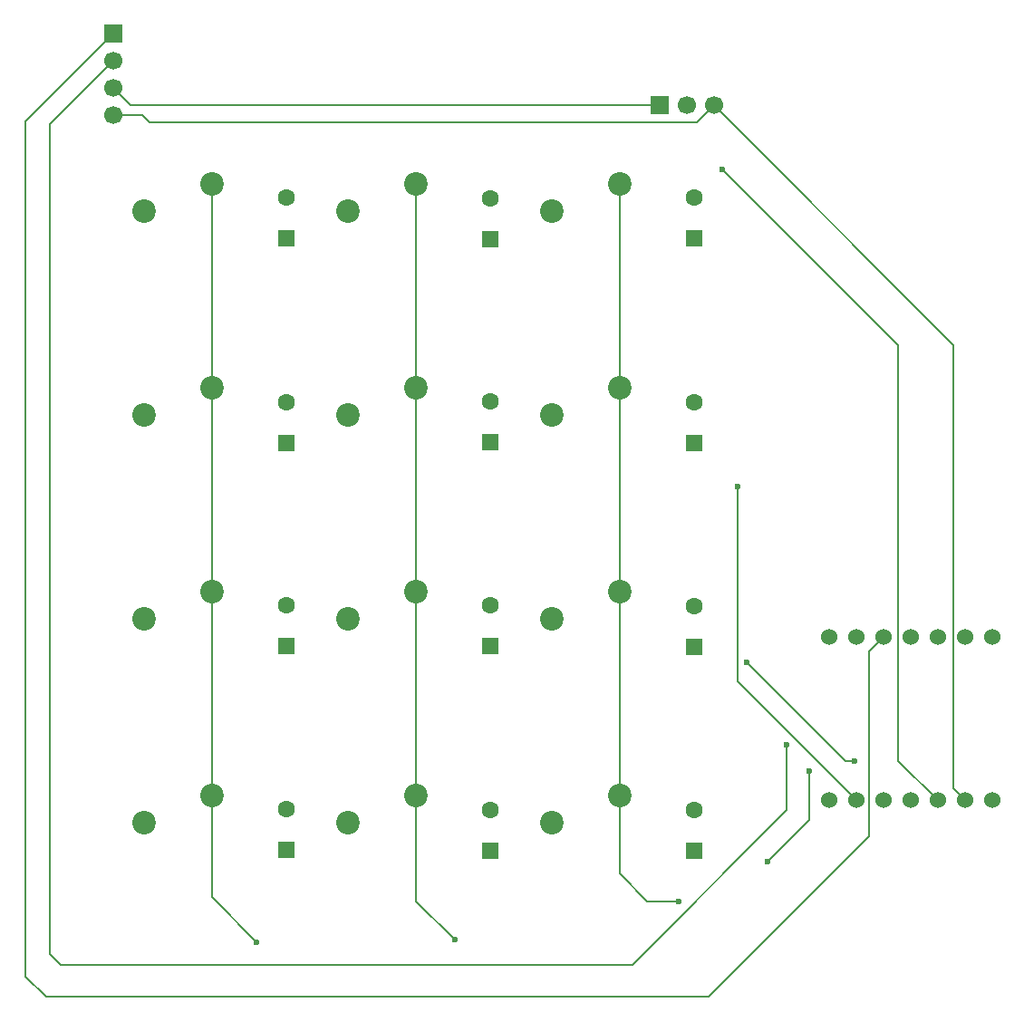
<source format=gbr>
%TF.GenerationSoftware,KiCad,Pcbnew,9.0.2*%
%TF.CreationDate,2025-07-31T17:55:32-05:00*%
%TF.ProjectId,highway,68696768-7761-4792-9e6b-696361645f70,rev?*%
%TF.SameCoordinates,Original*%
%TF.FileFunction,Copper,L2,Bot*%
%TF.FilePolarity,Positive*%
%FSLAX46Y46*%
G04 Gerber Fmt 4.6, Leading zero omitted, Abs format (unit mm)*
G04 Created by KiCad (PCBNEW 9.0.2) date 2025-07-31 17:55:32*
%MOMM*%
%LPD*%
G01*
G04 APERTURE LIST*
G04 Aperture macros list*
%AMRoundRect*
0 Rectangle with rounded corners*
0 $1 Rounding radius*
0 $2 $3 $4 $5 $6 $7 $8 $9 X,Y pos of 4 corners*
0 Add a 4 corners polygon primitive as box body*
4,1,4,$2,$3,$4,$5,$6,$7,$8,$9,$2,$3,0*
0 Add four circle primitives for the rounded corners*
1,1,$1+$1,$2,$3*
1,1,$1+$1,$4,$5*
1,1,$1+$1,$6,$7*
1,1,$1+$1,$8,$9*
0 Add four rect primitives between the rounded corners*
20,1,$1+$1,$2,$3,$4,$5,0*
20,1,$1+$1,$4,$5,$6,$7,0*
20,1,$1+$1,$6,$7,$8,$9,0*
20,1,$1+$1,$8,$9,$2,$3,0*%
G04 Aperture macros list end*
%TA.AperFunction,ComponentPad*%
%ADD10C,2.200000*%
%TD*%
%TA.AperFunction,ComponentPad*%
%ADD11R,1.700000X1.700000*%
%TD*%
%TA.AperFunction,ComponentPad*%
%ADD12C,1.700000*%
%TD*%
%TA.AperFunction,ComponentPad*%
%ADD13C,1.524000*%
%TD*%
%TA.AperFunction,ComponentPad*%
%ADD14RoundRect,0.250000X0.550000X-0.550000X0.550000X0.550000X-0.550000X0.550000X-0.550000X-0.550000X0*%
%TD*%
%TA.AperFunction,ComponentPad*%
%ADD15C,1.600000*%
%TD*%
%TA.AperFunction,ViaPad*%
%ADD16C,0.600000*%
%TD*%
%TA.AperFunction,Conductor*%
%ADD17C,0.200000*%
%TD*%
G04 APERTURE END LIST*
D10*
%TO.P,SW5,1,1*%
%TO.N,column 1*%
X112077500Y-52070000D03*
%TO.P,SW5,2,2*%
%TO.N,Net-(D5-A)*%
X105727500Y-54610000D03*
%TD*%
%TO.P,SW12,1,1*%
%TO.N,column 2*%
X131127500Y-90170000D03*
%TO.P,SW12,2,2*%
%TO.N,Net-(D12-A)*%
X124777500Y-92710000D03*
%TD*%
D11*
%TO.P,motion1,1,Pin_1*%
%TO.N,+3.3V*%
X134820000Y-25700000D03*
D12*
%TO.P,motion1,2,Pin_2*%
%TO.N,Net-(U1-GPIO21{slash}D6{slash}TX)*%
X137360000Y-25700000D03*
%TO.P,motion1,3,Pin_3*%
%TO.N,GND*%
X139900000Y-25700000D03*
%TD*%
D10*
%TO.P,SW10,1,1*%
%TO.N,column 0*%
X93027500Y-90170000D03*
%TO.P,SW10,2,2*%
%TO.N,Net-(D10-A)*%
X86677500Y-92710000D03*
%TD*%
%TO.P,SW6,1,1*%
%TO.N,column 2*%
X131127500Y-52070000D03*
%TO.P,SW6,2,2*%
%TO.N,Net-(D6-A)*%
X124777500Y-54610000D03*
%TD*%
%TO.P,SW2,1,1*%
%TO.N,column 1*%
X112077500Y-33020000D03*
%TO.P,SW2,2,2*%
%TO.N,Net-(D2-A)*%
X105727500Y-35560000D03*
%TD*%
%TO.P,SW4,1,1*%
%TO.N,column 0*%
X93027500Y-52070000D03*
%TO.P,SW4,2,2*%
%TO.N,Net-(D4-A)*%
X86677500Y-54610000D03*
%TD*%
%TO.P,SW9,1,1*%
%TO.N,column 2*%
X131127500Y-71120000D03*
%TO.P,SW9,2,2*%
%TO.N,Net-(D9-A)*%
X124777500Y-73660000D03*
%TD*%
%TO.P,SW1,1,1*%
%TO.N,column 0*%
X93027500Y-33020000D03*
%TO.P,SW1,2,2*%
%TO.N,Net-(D1-A)*%
X86677500Y-35560000D03*
%TD*%
%TO.P,SW7,1,1*%
%TO.N,column 0*%
X93027500Y-71120000D03*
%TO.P,SW7,2,2*%
%TO.N,Net-(D7-A)*%
X86677500Y-73660000D03*
%TD*%
%TO.P,SW3,1,1*%
%TO.N,column 2*%
X131127500Y-33020000D03*
%TO.P,SW3,2,2*%
%TO.N,Net-(D3-A)*%
X124777500Y-35560000D03*
%TD*%
%TO.P,SW8,1,1*%
%TO.N,column 1*%
X112077500Y-71120000D03*
%TO.P,SW8,2,2*%
%TO.N,Net-(D8-A)*%
X105727500Y-73660000D03*
%TD*%
D13*
%TO.P,U1,1,GPIO2/A0/D0*%
%TO.N,column 0*%
X165901500Y-75380000D03*
%TO.P,U1,2,GPIO3/A1/D1*%
%TO.N,column 1*%
X163361500Y-75380000D03*
%TO.P,U1,3,GPIO4/A2/D2*%
%TO.N,column 2*%
X160821500Y-75380000D03*
%TO.P,U1,4,GPIO5/A3/D3*%
%TO.N,unconnected-(U1-GPIO5{slash}A3{slash}D3-Pad4)*%
X158281500Y-75380000D03*
%TO.P,U1,5,GPIO6/D4/SDA*%
%TO.N,SDA*%
X155741500Y-75380000D03*
%TO.P,U1,6,GPIO7/D5/SCL*%
%TO.N,SCL*%
X153201500Y-75380000D03*
%TO.P,U1,7,GPIO21/D6/TX*%
%TO.N,Net-(U1-GPIO21{slash}D6{slash}TX)*%
X150661500Y-75380000D03*
%TO.P,U1,8,GPIO20/D7/RX*%
%TO.N,row 0*%
X150661500Y-90620000D03*
%TO.P,U1,9,GPIO8/D8/SCK*%
%TO.N,row 1*%
X153201500Y-90620000D03*
%TO.P,U1,10,GPIO9/D9/MISO*%
%TO.N,row 2*%
X155741500Y-90620000D03*
%TO.P,U1,11,GPIO10/D10/MOSI*%
%TO.N,row 3*%
X158281500Y-90620000D03*
%TO.P,U1,12,VCC_3V3*%
%TO.N,+3.3V*%
X160821500Y-90620000D03*
%TO.P,U1,13,GND*%
%TO.N,GND*%
X163361500Y-90620000D03*
%TO.P,U1,14,VBUS*%
%TO.N,unconnected-(U1-VBUS-Pad14)*%
X165901500Y-90620000D03*
%TD*%
D10*
%TO.P,SW11,1,1*%
%TO.N,column 1*%
X112077500Y-90170000D03*
%TO.P,SW11,2,2*%
%TO.N,Net-(D11-A)*%
X105727500Y-92710000D03*
%TD*%
D11*
%TO.P,OLED1,1,Pin_1*%
%TO.N,SDA*%
X83800000Y-18990000D03*
D12*
%TO.P,OLED1,2,Pin_2*%
%TO.N,SCL*%
X83800000Y-21530000D03*
%TO.P,OLED1,3,Pin_3*%
%TO.N,+3.3V*%
X83800000Y-24070000D03*
%TO.P,OLED1,4,Pin_4*%
%TO.N,GND*%
X83800000Y-26610000D03*
%TD*%
D14*
%TO.P,D8,1,K*%
%TO.N,row 2*%
X119062500Y-76200000D03*
D15*
%TO.P,D8,2,A*%
%TO.N,Net-(D8-A)*%
X119062500Y-72390000D03*
%TD*%
D14*
%TO.P,D3,1,K*%
%TO.N,row 0*%
X138112500Y-38100000D03*
D15*
%TO.P,D3,2,A*%
%TO.N,Net-(D3-A)*%
X138112500Y-34290000D03*
%TD*%
D14*
%TO.P,D1,1,K*%
%TO.N,row 0*%
X100012500Y-38100000D03*
D15*
%TO.P,D1,2,A*%
%TO.N,Net-(D1-A)*%
X100012500Y-34290000D03*
%TD*%
D14*
%TO.P,D6,1,K*%
%TO.N,row 1*%
X138112500Y-57308750D03*
D15*
%TO.P,D6,2,A*%
%TO.N,Net-(D6-A)*%
X138112500Y-53498750D03*
%TD*%
D14*
%TO.P,D4,1,K*%
%TO.N,row 1*%
X100012500Y-57308750D03*
D15*
%TO.P,D4,2,A*%
%TO.N,Net-(D4-A)*%
X100012500Y-53498750D03*
%TD*%
D14*
%TO.P,D2,1,K*%
%TO.N,row 0*%
X119062500Y-38258750D03*
D15*
%TO.P,D2,2,A*%
%TO.N,Net-(D2-A)*%
X119062500Y-34448750D03*
%TD*%
D14*
%TO.P,D7,1,K*%
%TO.N,row 2*%
X100012500Y-76200000D03*
D15*
%TO.P,D7,2,A*%
%TO.N,Net-(D7-A)*%
X100012500Y-72390000D03*
%TD*%
D14*
%TO.P,D10,1,K*%
%TO.N,row 3*%
X100012500Y-95250000D03*
D15*
%TO.P,D10,2,A*%
%TO.N,Net-(D10-A)*%
X100012500Y-91440000D03*
%TD*%
D14*
%TO.P,D12,1,K*%
%TO.N,row 3*%
X138112500Y-95408750D03*
D15*
%TO.P,D12,2,A*%
%TO.N,Net-(D12-A)*%
X138112500Y-91598750D03*
%TD*%
D14*
%TO.P,D5,1,K*%
%TO.N,row 1*%
X119062500Y-57150000D03*
D15*
%TO.P,D5,2,A*%
%TO.N,Net-(D5-A)*%
X119062500Y-53340000D03*
%TD*%
D14*
%TO.P,D11,1,K*%
%TO.N,row 3*%
X119062500Y-95408750D03*
D15*
%TO.P,D11,2,A*%
%TO.N,Net-(D11-A)*%
X119062500Y-91598750D03*
%TD*%
D14*
%TO.P,D9,1,K*%
%TO.N,row 2*%
X138112500Y-76358750D03*
D15*
%TO.P,D9,2,A*%
%TO.N,Net-(D9-A)*%
X138112500Y-72548750D03*
%TD*%
D16*
%TO.N,column 2*%
X148800000Y-87900000D03*
X144900000Y-96400000D03*
X136600000Y-100100000D03*
%TO.N,column 1*%
X115700000Y-103700000D03*
%TO.N,column 0*%
X97200000Y-103900000D03*
%TO.N,row 2*%
X153100000Y-87000000D03*
X143000000Y-77800000D03*
%TO.N,SCL*%
X146700000Y-85500000D03*
%TO.N,+3.3V*%
X140700000Y-31700000D03*
%TO.N,row 1*%
X142100000Y-61300000D03*
%TD*%
D17*
%TO.N,column 2*%
X148800000Y-92500000D02*
X148800000Y-87900000D01*
X144900000Y-96400000D02*
X148800000Y-92500000D01*
X133700000Y-100100000D02*
X136600000Y-100100000D01*
X131127500Y-90170000D02*
X131127500Y-97527500D01*
X131127500Y-97527500D02*
X133700000Y-100100000D01*
%TO.N,column 1*%
X112077500Y-100077500D02*
X115700000Y-103700000D01*
X115700000Y-103700000D02*
X115600000Y-103600000D01*
X112077500Y-90170000D02*
X112077500Y-100077500D01*
%TO.N,SCL*%
X77900000Y-27430000D02*
X77900000Y-105000000D01*
X78900000Y-106000000D02*
X77900000Y-105000000D01*
X132300000Y-106000000D02*
X78900000Y-106000000D01*
%TO.N,column 0*%
X93027500Y-99727500D02*
X97200000Y-103900000D01*
X93027500Y-90170000D02*
X93027500Y-99727500D01*
%TO.N,row 2*%
X152200000Y-87000000D02*
X153100000Y-87000000D01*
X143000000Y-77800000D02*
X152200000Y-87000000D01*
%TO.N,column 0*%
X93027500Y-71120000D02*
X93027500Y-90170000D01*
%TO.N,SCL*%
X83800000Y-21530000D02*
X77900000Y-27430000D01*
X132300000Y-106000000D02*
X146700000Y-91600000D01*
X146700000Y-91600000D02*
X146700000Y-85500000D01*
%TO.N,SDA*%
X83800000Y-18990000D02*
X75600000Y-27190000D01*
X154400000Y-76721500D02*
X155741500Y-75380000D01*
X75600000Y-27190000D02*
X75600000Y-107100000D01*
X75600000Y-107100000D02*
X77500000Y-109000000D01*
X77500000Y-109000000D02*
X139400000Y-109000000D01*
X139400000Y-109000000D02*
X154400000Y-94000000D01*
X154400000Y-94000000D02*
X154400000Y-76721500D01*
%TO.N,GND*%
X163361500Y-90620000D02*
X162298500Y-89557000D01*
X162298500Y-48098500D02*
X139900000Y-25700000D01*
X162298500Y-89557000D02*
X162298500Y-48098500D01*
%TO.N,+3.3V*%
X140700000Y-31700000D02*
X157155500Y-48155500D01*
X157155500Y-48155500D02*
X157155500Y-86954000D01*
X157155500Y-86954000D02*
X160821500Y-90620000D01*
%TO.N,row 1*%
X142100000Y-79518500D02*
X142100000Y-61300000D01*
X153201500Y-90620000D02*
X142100000Y-79518500D01*
%TO.N,column 0*%
X93027500Y-52070000D02*
X93027500Y-71120000D01*
X93027500Y-33020000D02*
X93027500Y-52070000D01*
%TO.N,column 1*%
X112077500Y-52070000D02*
X112077500Y-71120000D01*
X112077500Y-71120000D02*
X112077500Y-90170000D01*
X112077500Y-33020000D02*
X112077500Y-52070000D01*
%TO.N,column 2*%
X131127500Y-52070000D02*
X131127500Y-71120000D01*
X131127500Y-33020000D02*
X131127500Y-52070000D01*
X131127500Y-71120000D02*
X131127500Y-90170000D01*
%TO.N,GND*%
X87200000Y-27300000D02*
X86510000Y-26610000D01*
X138300000Y-27300000D02*
X87200000Y-27300000D01*
X139900000Y-25700000D02*
X138300000Y-27300000D01*
X86510000Y-26610000D02*
X83800000Y-26610000D01*
%TO.N,+3.3V*%
X85430000Y-25700000D02*
X134820000Y-25700000D01*
X83800000Y-24070000D02*
X85430000Y-25700000D01*
%TD*%
M02*

</source>
